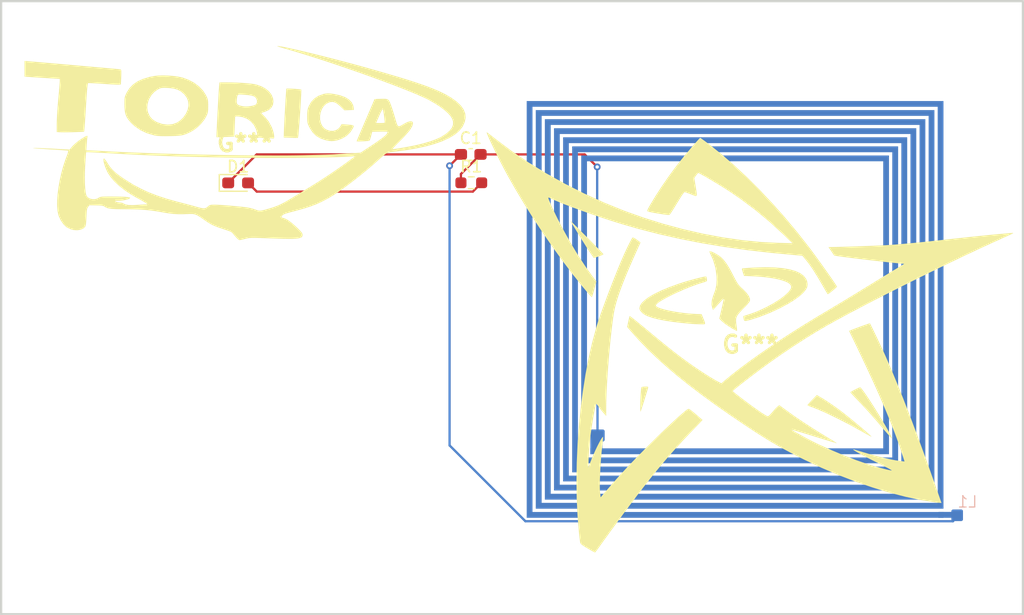
<source format=kicad_pcb>
(kicad_pcb (version 20241229) (generator "pcbnew") (generator_version "9.0")
  (layers (0 "F.Cu" signal) (2 "B.Cu" signal) (13 "F.Paste" user) (15 "B.Paste" user) (5 "F.SilkS" user "F.Silkscreen") (7 "B.SilkS" user "B.Silkscreen") (1 "F.Mask" user) (3 "B.Mask" user) (25 "Edge.Cuts" user))
  (net 0 "")
  (net 1 "Net-(C1-Pad2)")
  (net 2 "Net-(D1-K)")
  (net 3 "Net-(D1-A)")
  (footprint "Resistor_SMD:R_0603_1608Metric_Pad0.98x0.95mm_HandSolder" (layer "F.Cu") (at 112.9125 95.5)
    (property "Reference" "R1" (at 0 -1.43 0) (layer "F.SilkS"))
    (property "Value" "R")
    (pad "1" smd roundrect (at -0.9125 0) (size 0.975 0.95) (layers "F.Cu" "F.Mask" "F.Paste") (net 1 "Net-(C1-Pad2)"))
    (pad "2" smd roundrect (at 0.9125 0) (size 0.975 0.95) (layers "F.Cu" "F.Mask" "F.Paste") (net 3 "Net-(D1-A)"))
  )
  (footprint "TORICA_Hardwarelib:elder_sign" (layer "F.Cu") (at 137.5 109.75)
    (property "Reference" "G***" (at 0 0 0) (layer "F.SilkS") (effects (font (size 1.5 1.5) (thickness 0.3))))
    (property "Value" "LOGO" (hide yes))
  )
  (footprint "LED_SMD:LED_0603_1608Metric_Pad1.05x0.95mm_HandSolder" (layer "F.Cu") (at 92.375 95.51)
    (property "Reference" "D1" (at 0 -1.43 0) (layer "F.SilkS"))
    (property "Value" "LED")
    (pad "1" smd roundrect (at -0.875 0) (size 1.05 0.95) (layers "F.Cu" "F.Mask" "F.Paste") (net 2 "Net-(D1-K)"))
    (pad "2" smd roundrect (at 0.875 0) (size 1.05 0.95) (layers "F.Cu" "F.Mask" "F.Paste") (net 3 "Net-(D1-A)"))
  )
  (footprint "lib:TORICA_LOGO" (layer "F.Cu") (at 93 92)
    (property "Reference" "G***" (at 0 0 0) (layer "F.SilkS") (effects (font (size 1.5 1.5) (thickness 0.3))))
    (property "Value" "LOGO" (hide yes))
  )
  (footprint "Capacitor_SMD:C_0603_1608Metric_Pad1.08x0.95mm_HandSolder" (layer "F.Cu") (at 112.8625 93)
    (property "Reference" "C1" (at 0 -1.43 0) (layer "F.SilkS"))
    (property "Value" "C")
    (pad "1" smd roundrect (at -0.8625 0) (size 1.075 0.95) (layers "F.Cu" "F.Mask" "F.Paste") (net 2 "Net-(D1-K)"))
    (pad "2" smd roundrect (at 0.8625 0) (size 1.075 0.95) (layers "F.Cu" "F.Mask" "F.Paste") (net 1 "Net-(C1-Pad2)"))
  )
  (footprint "lib:NFC_COIL_36.7x36.7_3uH" (layer "B.Cu") (at 154.5 125 180)
    (property "Reference" "L1" (at -2.11 1.4 0) (layer "B.SilkS") (effects (font (thickness 0.1)) (justify mirror)))
    (property "Value" "L")
    (fp_rect (start 30.14 6.795) (end 31 6.105) (stroke (width 0.2)) (fill yes) (layer "B.Cu"))
    (fp_rect (start -0.67 0.41) (end 0.41 0.09) (stroke (width 0.2)) (fill yes) (layer "B.Cu"))
    (fp_poly (pts (xy 0 0) (xy 36.7 0) (xy 36.7 36.7) (xy 0 36.7) (xy 0 0.8) (xy 35.9 0.8) (xy 35.9 35.9) (xy 0.8 35.9) (xy 0.8 1.6) (xy 35.1 1.6) (xy 35.1 35.1) (xy 1.6 35.1) (xy 1.6 2.4) (xy 34.3 2.4) (xy 34.3 34.3) (xy 2.4 34.3) (xy 2.4 3.2) (xy 33.5 3.2) (xy 33.5 33.5) (xy 3.2 33.5) (xy 3.2 4) (xy 32.7 4) (xy 32.7 32.7) (xy 4 32.7) (xy 4 4.8) (xy 31.9 4.8) (xy 31.9 31.9) (xy 4.8 31.9) (xy 4.8 5.6) (xy 31.1 5.6) (xy 31.1 6.1) (xy 30 6.1) (xy 5.3 6.1) (xy 5.3 31.4) (xy 31.4 31.4) (xy 31.4 5.3) (xy 4.5 5.3) (xy 4.5 32.2) (xy 32.2 32.2) (xy 32.2 4.5) (xy 3.7 4.5) (xy 3.7 33) (xy 33 33) (xy 33 3.7) (xy 2.9 3.7) (xy 2.9 33.8) (xy 33.8 33.8) (xy 33.8 2.9) (xy 2.1 2.9) (xy 2.1 34.6) (xy 34.6 34.6) (xy 34.6 2.1) (xy 1.3 2.1) (xy 1.3 35.4) (xy 35.4 35.4) (xy 35.4 1.3) (xy 0.5 1.3) (xy 0.5 36.2) (xy 36.2 36.2) (xy 36.2 0.5) (xy 0 0.5)) (stroke (width 0.01)) (fill yes) (layer "B.Cu"))
    (pad "1" smd roundrect (at 30.470625 7.23875 180) (size 1.26125 1.0625) (layers "B.Cu" "B.Paste") (roundrect_rratio 0.15) (net 1 "Net-(C1-Pad2)"))
    (pad "2" smd roundrect (at -1.20875 0.2125 180) (size 1.0225 1.025) (layers "B.Cu" "B.Paste") (roundrect_rratio 0.15) (net 2 "Net-(D1-K)"))
  )
  (gr_rect (start 71.5 79.5) (end 161.5 133.5) (stroke (width 0.2)) (fill no) (layer "Edge.Cuts"))
  (segment (start 112 94.725) (end 113.725 93) (width 0.2) (layer "F.Cu") (net 1))
  (segment (start 122.895 93) (end 113.725 93) (width 0.2) (layer "F.Cu") (net 1))
  (segment (start 112 95.5) (end 112 94.725) (width 0.2) (layer "F.Cu") (net 1))
  (segment (start 124 94.105) (end 122.895 93) (width 0.2) (layer "F.Cu") (net 1))
  (via (at 124 94.105) (size 0.6) (drill 0.3) (layers "F.Cu" "B.Cu") (net 1))
  (segment (start 124.029375 113.029375) (end 124.029375 117.76125) (width 0.2) (layer "B.Cu") (net 1))
  (segment (start 124 113) (end 124.029375 113.029375) (width 0.2) (layer "B.Cu") (net 1))
  (segment (start 124.029375 94.029375) (end 124 94) (width 0.2) (layer "B.Cu") (net 1))
  (segment (start 124 94) (end 124 94.105) (width 0.2) (layer "B.Cu") (net 1))
  (segment (start 124 94.105) (end 124 113) (width 0.2) (layer "B.Cu") (net 1))
  (segment (start 112 93) (end 94.01 93) (width 0.2) (layer "F.Cu") (net 2))
  (segment (start 94.01 93) (end 91.5 95.51) (width 0.2) (layer "F.Cu") (net 2))
  (segment (start 111 94) (end 112 93) (width 0.2) (layer "F.Cu") (net 2))
  (via (at 111 94) (size 0.6) (drill 0.3) (layers "F.Cu" "B.Cu") (net 2))
  (segment (start 155.70875 124.93835) (end 155.70875 124.7875) (width 0.2) (layer "B.Cu") (net 2))
  (segment (start 155.3361 125.311) (end 155.70875 124.93835) (width 0.2) (layer "B.Cu") (net 2))
  (segment (start 155.3361 125.311) (end 117.678251 125.311) (width 0.2) (layer "B.Cu") (net 2))
  (segment (start 117.678251 125.311) (end 111 118.632749) (width 0.2) (layer "B.Cu") (net 2))
  (segment (start 111 118.632749) (end 111 94) (width 0.2) (layer "B.Cu") (net 2))
  (segment (start 94.016 96.276) (end 113.049 96.276) (width 0.2) (layer "F.Cu") (net 3))
  (segment (start 93.25 95.51) (end 94.016 96.276) (width 0.2) (layer "F.Cu") (net 3))
  (segment (start 113.049 96.276) (end 113.825 95.5) (width 0.2) (layer "F.Cu") (net 3))
)
</source>
